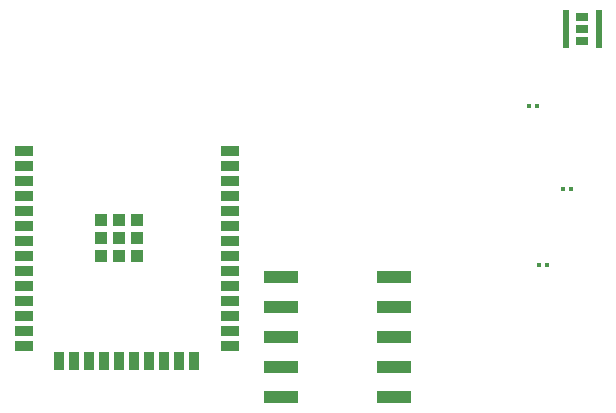
<source format=gbr>
%TF.GenerationSoftware,KiCad,Pcbnew,9.0.0*%
%TF.CreationDate,2025-04-02T21:20:57+05:30*%
%TF.ProjectId,Smart_Energy_Saving_System,536d6172-745f-4456-9e65-7267795f5361,rev?*%
%TF.SameCoordinates,Original*%
%TF.FileFunction,Paste,Top*%
%TF.FilePolarity,Positive*%
%FSLAX46Y46*%
G04 Gerber Fmt 4.6, Leading zero omitted, Abs format (unit mm)*
G04 Created by KiCad (PCBNEW 9.0.0) date 2025-04-02 21:20:57*
%MOMM*%
%LPD*%
G01*
G04 APERTURE LIST*
G04 Aperture macros list*
%AMRoundRect*
0 Rectangle with rounded corners*
0 $1 Rounding radius*
0 $2 $3 $4 $5 $6 $7 $8 $9 X,Y pos of 4 corners*
0 Add a 4 corners polygon primitive as box body*
4,1,4,$2,$3,$4,$5,$6,$7,$8,$9,$2,$3,0*
0 Add four circle primitives for the rounded corners*
1,1,$1+$1,$2,$3*
1,1,$1+$1,$4,$5*
1,1,$1+$1,$6,$7*
1,1,$1+$1,$8,$9*
0 Add four rect primitives between the rounded corners*
20,1,$1+$1,$2,$3,$4,$5,0*
20,1,$1+$1,$4,$5,$6,$7,0*
20,1,$1+$1,$6,$7,$8,$9,0*
20,1,$1+$1,$8,$9,$2,$3,0*%
G04 Aperture macros list end*
%ADD10R,1.050000X1.050000*%
%ADD11R,1.500000X0.900000*%
%ADD12R,0.900000X1.500000*%
%ADD13R,3.000000X1.000000*%
%ADD14RoundRect,0.079500X-0.079500X-0.100500X0.079500X-0.100500X0.079500X0.100500X-0.079500X0.100500X0*%
%ADD15R,1.010000X0.750000*%
%ADD16R,0.500000X3.300000*%
G04 APERTURE END LIST*
D10*
%TO.C,U1*%
X138795000Y-79215000D03*
X138795000Y-77690000D03*
X138795000Y-76165000D03*
X137270000Y-79215000D03*
X137270000Y-77690000D03*
X137270000Y-76165000D03*
X135745000Y-79215000D03*
X135745000Y-77690000D03*
X135745000Y-76165000D03*
D11*
X146700000Y-70350000D03*
X146700000Y-71620000D03*
X146700000Y-72890000D03*
X146700000Y-74160000D03*
X146700000Y-75430000D03*
X146700000Y-76700000D03*
X146700000Y-77970000D03*
X146700000Y-79240000D03*
X146700000Y-80510000D03*
X146700000Y-81780000D03*
X146700000Y-83050000D03*
X146700000Y-84320000D03*
X146700000Y-85590000D03*
X146700000Y-86860000D03*
D12*
X143670000Y-88110000D03*
X142400000Y-88110000D03*
X141130000Y-88110000D03*
X139860000Y-88110000D03*
X138590000Y-88110000D03*
X137320000Y-88110000D03*
X136050000Y-88110000D03*
X134780000Y-88110000D03*
X133510000Y-88110000D03*
X132240000Y-88110000D03*
D11*
X129200000Y-86860000D03*
X129200000Y-85590000D03*
X129200000Y-84320000D03*
X129200000Y-83050000D03*
X129200000Y-81780000D03*
X129200000Y-80510000D03*
X129200000Y-79240000D03*
X129200000Y-77970000D03*
X129200000Y-76700000D03*
X129200000Y-75430000D03*
X129200000Y-74160000D03*
X129200000Y-72890000D03*
X129200000Y-71620000D03*
X129200000Y-70350000D03*
%TD*%
D13*
%TO.C,K1*%
X151000000Y-81000000D03*
X151000000Y-83540000D03*
X151000000Y-86080000D03*
X151000000Y-88620000D03*
X151000000Y-91160000D03*
X160560000Y-91160000D03*
X160560000Y-88620000D03*
X160560000Y-86080000D03*
X160560000Y-83540000D03*
X160560000Y-81000000D03*
%TD*%
D14*
%TO.C,R3*%
X172810000Y-80000000D03*
X173500000Y-80000000D03*
%TD*%
%TO.C,R2*%
X174835000Y-73500000D03*
X175525000Y-73500000D03*
%TD*%
%TO.C,D2*%
X172000000Y-66500000D03*
X172690000Y-66500000D03*
%TD*%
D15*
%TO.C,LA1*%
X176500000Y-59000000D03*
X176500000Y-60000000D03*
X176500000Y-61000000D03*
D16*
X175100000Y-60000000D03*
X177900000Y-60000000D03*
%TD*%
M02*

</source>
